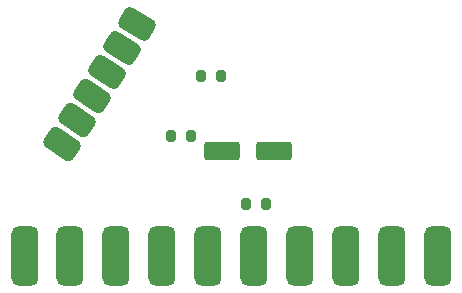
<source format=gtp>
G04 #@! TF.GenerationSoftware,KiCad,Pcbnew,(6.0.4)*
G04 #@! TF.CreationDate,2022-12-31T00:33:15-05:00*
G04 #@! TF.ProjectId,scart cable,73636172-7420-4636-9162-6c652e6b6963,rev?*
G04 #@! TF.SameCoordinates,Original*
G04 #@! TF.FileFunction,Paste,Top*
G04 #@! TF.FilePolarity,Positive*
%FSLAX46Y46*%
G04 Gerber Fmt 4.6, Leading zero omitted, Abs format (unit mm)*
G04 Created by KiCad (PCBNEW (6.0.4)) date 2022-12-31 00:33:15*
%MOMM*%
%LPD*%
G01*
G04 APERTURE LIST*
G04 Aperture macros list*
%AMRoundRect*
0 Rectangle with rounded corners*
0 $1 Rounding radius*
0 $2 $3 $4 $5 $6 $7 $8 $9 X,Y pos of 4 corners*
0 Add a 4 corners polygon primitive as box body*
4,1,4,$2,$3,$4,$5,$6,$7,$8,$9,$2,$3,0*
0 Add four circle primitives for the rounded corners*
1,1,$1+$1,$2,$3*
1,1,$1+$1,$4,$5*
1,1,$1+$1,$6,$7*
1,1,$1+$1,$8,$9*
0 Add four rect primitives between the rounded corners*
20,1,$1+$1,$2,$3,$4,$5,0*
20,1,$1+$1,$4,$5,$6,$7,0*
20,1,$1+$1,$6,$7,$8,$9,0*
20,1,$1+$1,$8,$9,$2,$3,0*%
G04 Aperture macros list end*
%ADD10RoundRect,0.500000X0.532364X-0.983152X1.105940X-0.164000X-0.532364X0.983152X-1.105940X0.164000X0*%
%ADD11RoundRect,0.571500X-0.571500X-1.928500X0.571500X-1.928500X0.571500X1.928500X-0.571500X1.928500X0*%
%ADD12RoundRect,0.200000X-0.200000X-0.275000X0.200000X-0.275000X0.200000X0.275000X-0.200000X0.275000X0*%
%ADD13RoundRect,0.500000X0.583088X-0.953943X1.113008X-0.105895X-0.583088X0.953943X-1.113008X0.105895X0*%
%ADD14RoundRect,0.500000X0.599648X-0.943622X1.114686X-0.086454X-0.599648X0.943622X-1.114686X0.086454X0*%
%ADD15RoundRect,0.250000X-1.250000X-0.550000X1.250000X-0.550000X1.250000X0.550000X-1.250000X0.550000X0*%
%ADD16RoundRect,0.200000X0.200000X0.275000X-0.200000X0.275000X-0.200000X-0.275000X0.200000X-0.275000X0*%
%ADD17RoundRect,0.500000X0.566351X-0.963974X1.110990X-0.125304X-0.566351X0.963974X-1.110990X0.125304X0*%
%ADD18RoundRect,0.500000X-0.549441X0.973712X-1.108634X0.144674X0.549441X-0.973712X1.108634X-0.144674X0*%
G04 APERTURE END LIST*
D10*
X38862000Y-28448000D03*
D11*
X34379000Y-40005000D03*
X38267000Y-40005000D03*
X42155000Y-40005000D03*
X46043000Y-40005000D03*
X49931000Y-40005000D03*
X53819000Y-40005000D03*
X57707000Y-40005000D03*
X61595000Y-40005000D03*
X65483000Y-40005000D03*
X69371000Y-40005000D03*
D12*
X49340000Y-24765000D03*
X50990000Y-24765000D03*
D13*
X42672000Y-22352000D03*
D14*
X43942000Y-20320000D03*
D15*
X51140000Y-31115000D03*
X55540000Y-31115000D03*
D10*
X37592000Y-30480000D03*
D16*
X48450000Y-29845000D03*
X46800000Y-29845000D03*
D17*
X41402000Y-24384000D03*
D16*
X54800000Y-35560000D03*
X53150000Y-35560000D03*
D18*
X40132000Y-26416000D03*
M02*

</source>
